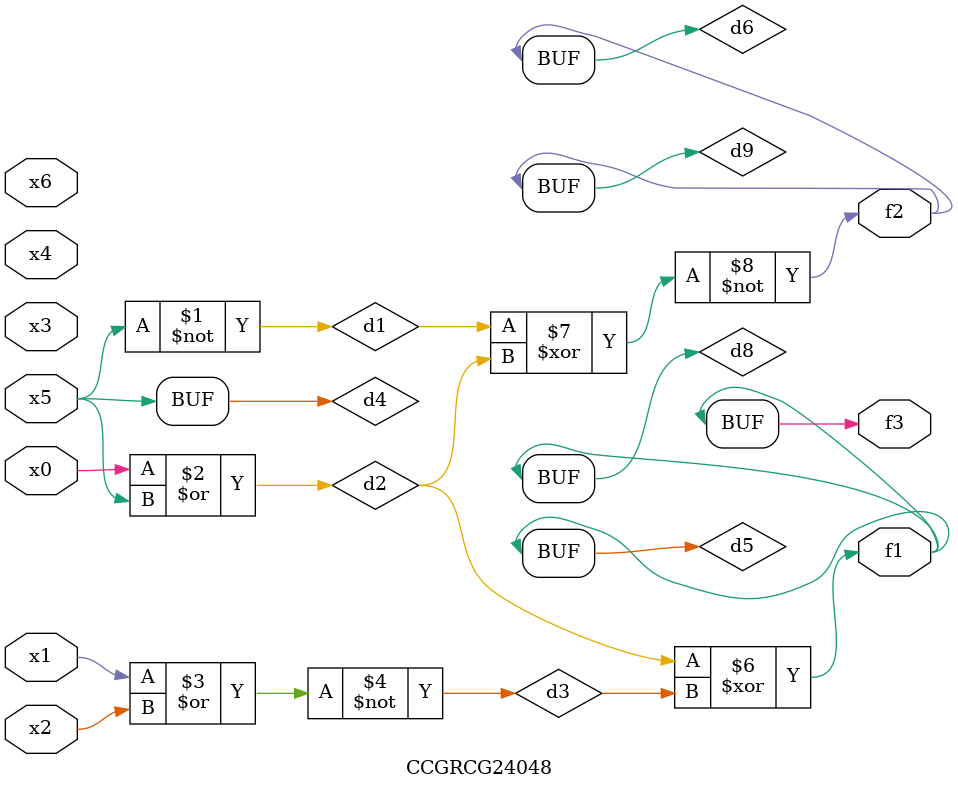
<source format=v>
module CCGRCG24048(
	input x0, x1, x2, x3, x4, x5, x6,
	output f1, f2, f3
);

	wire d1, d2, d3, d4, d5, d6, d7, d8, d9;

	nand (d1, x5);
	or (d2, x0, x5);
	nor (d3, x1, x2);
	xnor (d4, d1);
	xor (d5, d2, d3);
	xnor (d6, d1, d2);
	not (d7, x4);
	buf (d8, d5);
	xor (d9, d6);
	assign f1 = d8;
	assign f2 = d9;
	assign f3 = d8;
endmodule

</source>
